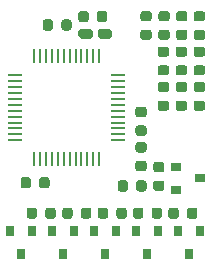
<source format=gbr>
G04 #@! TF.GenerationSoftware,KiCad,Pcbnew,(5.1.8-0-10_14)*
G04 #@! TF.CreationDate,2021-11-26T07:07:57-05:00*
G04 #@! TF.ProjectId,4809Rc,34383039-5263-42e6-9b69-6361645f7063,rev?*
G04 #@! TF.SameCoordinates,Original*
G04 #@! TF.FileFunction,Paste,Top*
G04 #@! TF.FilePolarity,Positive*
%FSLAX46Y46*%
G04 Gerber Fmt 4.6, Leading zero omitted, Abs format (unit mm)*
G04 Created by KiCad (PCBNEW (5.1.8-0-10_14)) date 2021-11-26 07:07:57*
%MOMM*%
%LPD*%
G01*
G04 APERTURE LIST*
%ADD10R,0.250000X1.300000*%
%ADD11R,1.300000X0.250000*%
%ADD12R,0.900000X0.800000*%
%ADD13R,0.800000X0.900000*%
G04 APERTURE END LIST*
G36*
G01*
X153535900Y-101369150D02*
X153535900Y-101881650D01*
G75*
G02*
X153317150Y-102100400I-218750J0D01*
G01*
X152879650Y-102100400D01*
G75*
G02*
X152660900Y-101881650I0J218750D01*
G01*
X152660900Y-101369150D01*
G75*
G02*
X152879650Y-101150400I218750J0D01*
G01*
X153317150Y-101150400D01*
G75*
G02*
X153535900Y-101369150I0J-218750D01*
G01*
G37*
G36*
G01*
X155110900Y-101369150D02*
X155110900Y-101881650D01*
G75*
G02*
X154892150Y-102100400I-218750J0D01*
G01*
X154454650Y-102100400D01*
G75*
G02*
X154235900Y-101881650I0J218750D01*
G01*
X154235900Y-101369150D01*
G75*
G02*
X154454650Y-101150400I218750J0D01*
G01*
X154892150Y-101150400D01*
G75*
G02*
X155110900Y-101369150I0J-218750D01*
G01*
G37*
D10*
X150285000Y-88360000D03*
X150785000Y-88360000D03*
X151285000Y-88360000D03*
X151785000Y-88360000D03*
X152285000Y-88360000D03*
X152785000Y-88360000D03*
X153285000Y-88360000D03*
X153785000Y-88360000D03*
X154285000Y-88360000D03*
X154785000Y-88360000D03*
X155285000Y-88360000D03*
X155785000Y-88360000D03*
D11*
X157385000Y-89960000D03*
X157385000Y-90460000D03*
X157385000Y-90960000D03*
X157385000Y-91460000D03*
X157385000Y-91960000D03*
X157385000Y-92460000D03*
X157385000Y-92960000D03*
X157385000Y-93460000D03*
X157385000Y-93960000D03*
X157385000Y-94460000D03*
X157385000Y-94960000D03*
X157385000Y-95460000D03*
D10*
X155785000Y-97060000D03*
X155285000Y-97060000D03*
X154785000Y-97060000D03*
X154285000Y-97060000D03*
X153785000Y-97060000D03*
X153285000Y-97060000D03*
X152785000Y-97060000D03*
X152285000Y-97060000D03*
X151785000Y-97060000D03*
X151285000Y-97060000D03*
X150785000Y-97060000D03*
X150285000Y-97060000D03*
D11*
X148685000Y-95460000D03*
X148685000Y-94960000D03*
X148685000Y-94460000D03*
X148685000Y-93960000D03*
X148685000Y-93460000D03*
X148685000Y-92960000D03*
X148685000Y-92460000D03*
X148685000Y-91960000D03*
X148685000Y-91460000D03*
X148685000Y-90960000D03*
X148685000Y-90460000D03*
X148685000Y-89960000D03*
G36*
G01*
X154894800Y-84732150D02*
X154894800Y-85244650D01*
G75*
G02*
X154676050Y-85463400I-218750J0D01*
G01*
X154238550Y-85463400D01*
G75*
G02*
X154019800Y-85244650I0J218750D01*
G01*
X154019800Y-84732150D01*
G75*
G02*
X154238550Y-84513400I218750J0D01*
G01*
X154676050Y-84513400D01*
G75*
G02*
X154894800Y-84732150I0J-218750D01*
G01*
G37*
G36*
G01*
X156469800Y-84732150D02*
X156469800Y-85244650D01*
G75*
G02*
X156251050Y-85463400I-218750J0D01*
G01*
X155813550Y-85463400D01*
G75*
G02*
X155594800Y-85244650I0J218750D01*
G01*
X155594800Y-84732150D01*
G75*
G02*
X155813550Y-84513400I218750J0D01*
G01*
X156251050Y-84513400D01*
G75*
G02*
X156469800Y-84732150I0J-218750D01*
G01*
G37*
D12*
X164296600Y-98679000D03*
X162296600Y-99629000D03*
X162296600Y-97729000D03*
G36*
G01*
X164018250Y-92094800D02*
X164530750Y-92094800D01*
G75*
G02*
X164749500Y-92313550I0J-218750D01*
G01*
X164749500Y-92751050D01*
G75*
G02*
X164530750Y-92969800I-218750J0D01*
G01*
X164018250Y-92969800D01*
G75*
G02*
X163799500Y-92751050I0J218750D01*
G01*
X163799500Y-92313550D01*
G75*
G02*
X164018250Y-92094800I218750J0D01*
G01*
G37*
G36*
G01*
X164018250Y-90519800D02*
X164530750Y-90519800D01*
G75*
G02*
X164749500Y-90738550I0J-218750D01*
G01*
X164749500Y-91176050D01*
G75*
G02*
X164530750Y-91394800I-218750J0D01*
G01*
X164018250Y-91394800D01*
G75*
G02*
X163799500Y-91176050I0J218750D01*
G01*
X163799500Y-90738550D01*
G75*
G02*
X164018250Y-90519800I218750J0D01*
G01*
G37*
G36*
G01*
X162494250Y-89097600D02*
X163006750Y-89097600D01*
G75*
G02*
X163225500Y-89316350I0J-218750D01*
G01*
X163225500Y-89753850D01*
G75*
G02*
X163006750Y-89972600I-218750J0D01*
G01*
X162494250Y-89972600D01*
G75*
G02*
X162275500Y-89753850I0J218750D01*
G01*
X162275500Y-89316350D01*
G75*
G02*
X162494250Y-89097600I218750J0D01*
G01*
G37*
G36*
G01*
X162494250Y-87522600D02*
X163006750Y-87522600D01*
G75*
G02*
X163225500Y-87741350I0J-218750D01*
G01*
X163225500Y-88178850D01*
G75*
G02*
X163006750Y-88397600I-218750J0D01*
G01*
X162494250Y-88397600D01*
G75*
G02*
X162275500Y-88178850I0J218750D01*
G01*
X162275500Y-87741350D01*
G75*
G02*
X162494250Y-87522600I218750J0D01*
G01*
G37*
G36*
G01*
X164530750Y-88397600D02*
X164018250Y-88397600D01*
G75*
G02*
X163799500Y-88178850I0J218750D01*
G01*
X163799500Y-87741350D01*
G75*
G02*
X164018250Y-87522600I218750J0D01*
G01*
X164530750Y-87522600D01*
G75*
G02*
X164749500Y-87741350I0J-218750D01*
G01*
X164749500Y-88178850D01*
G75*
G02*
X164530750Y-88397600I-218750J0D01*
G01*
G37*
G36*
G01*
X164530750Y-89972600D02*
X164018250Y-89972600D01*
G75*
G02*
X163799500Y-89753850I0J218750D01*
G01*
X163799500Y-89316350D01*
G75*
G02*
X164018250Y-89097600I218750J0D01*
G01*
X164530750Y-89097600D01*
G75*
G02*
X164749500Y-89316350I0J-218750D01*
G01*
X164749500Y-89753850D01*
G75*
G02*
X164530750Y-89972600I-218750J0D01*
G01*
G37*
G36*
G01*
X161021050Y-86100400D02*
X161533550Y-86100400D01*
G75*
G02*
X161752300Y-86319150I0J-218750D01*
G01*
X161752300Y-86756650D01*
G75*
G02*
X161533550Y-86975400I-218750J0D01*
G01*
X161021050Y-86975400D01*
G75*
G02*
X160802300Y-86756650I0J218750D01*
G01*
X160802300Y-86319150D01*
G75*
G02*
X161021050Y-86100400I218750J0D01*
G01*
G37*
G36*
G01*
X161021050Y-84525400D02*
X161533550Y-84525400D01*
G75*
G02*
X161752300Y-84744150I0J-218750D01*
G01*
X161752300Y-85181650D01*
G75*
G02*
X161533550Y-85400400I-218750J0D01*
G01*
X161021050Y-85400400D01*
G75*
G02*
X160802300Y-85181650I0J218750D01*
G01*
X160802300Y-84744150D01*
G75*
G02*
X161021050Y-84525400I218750J0D01*
G01*
G37*
G36*
G01*
X160009550Y-85400400D02*
X159497050Y-85400400D01*
G75*
G02*
X159278300Y-85181650I0J218750D01*
G01*
X159278300Y-84744150D01*
G75*
G02*
X159497050Y-84525400I218750J0D01*
G01*
X160009550Y-84525400D01*
G75*
G02*
X160228300Y-84744150I0J-218750D01*
G01*
X160228300Y-85181650D01*
G75*
G02*
X160009550Y-85400400I-218750J0D01*
G01*
G37*
G36*
G01*
X160009550Y-86975400D02*
X159497050Y-86975400D01*
G75*
G02*
X159278300Y-86756650I0J218750D01*
G01*
X159278300Y-86319150D01*
G75*
G02*
X159497050Y-86100400I218750J0D01*
G01*
X160009550Y-86100400D01*
G75*
G02*
X160228300Y-86319150I0J-218750D01*
G01*
X160228300Y-86756650D01*
G75*
G02*
X160009550Y-86975400I-218750J0D01*
G01*
G37*
D13*
X149174200Y-105101900D03*
X148224200Y-103101900D03*
X150124200Y-103101900D03*
G36*
G01*
X156545800Y-101369150D02*
X156545800Y-101881650D01*
G75*
G02*
X156327050Y-102100400I-218750J0D01*
G01*
X155889550Y-102100400D01*
G75*
G02*
X155670800Y-101881650I0J218750D01*
G01*
X155670800Y-101369150D01*
G75*
G02*
X155889550Y-101150400I218750J0D01*
G01*
X156327050Y-101150400D01*
G75*
G02*
X156545800Y-101369150I0J-218750D01*
G01*
G37*
G36*
G01*
X158120800Y-101369150D02*
X158120800Y-101881650D01*
G75*
G02*
X157902050Y-102100400I-218750J0D01*
G01*
X157464550Y-102100400D01*
G75*
G02*
X157245800Y-101881650I0J218750D01*
G01*
X157245800Y-101369150D01*
G75*
G02*
X157464550Y-101150400I218750J0D01*
G01*
X157902050Y-101150400D01*
G75*
G02*
X158120800Y-101369150I0J-218750D01*
G01*
G37*
X156273500Y-105114600D03*
X155323500Y-103114600D03*
X157223500Y-103114600D03*
G36*
G01*
X150526000Y-101369150D02*
X150526000Y-101881650D01*
G75*
G02*
X150307250Y-102100400I-218750J0D01*
G01*
X149869750Y-102100400D01*
G75*
G02*
X149651000Y-101881650I0J218750D01*
G01*
X149651000Y-101369150D01*
G75*
G02*
X149869750Y-101150400I218750J0D01*
G01*
X150307250Y-101150400D01*
G75*
G02*
X150526000Y-101369150I0J-218750D01*
G01*
G37*
G36*
G01*
X152101000Y-101369150D02*
X152101000Y-101881650D01*
G75*
G02*
X151882250Y-102100400I-218750J0D01*
G01*
X151444750Y-102100400D01*
G75*
G02*
X151226000Y-101881650I0J218750D01*
G01*
X151226000Y-101369150D01*
G75*
G02*
X151444750Y-101150400I218750J0D01*
G01*
X151882250Y-101150400D01*
G75*
G02*
X152101000Y-101369150I0J-218750D01*
G01*
G37*
G36*
G01*
X150705300Y-99303550D02*
X150705300Y-98791050D01*
G75*
G02*
X150924050Y-98572300I218750J0D01*
G01*
X151361550Y-98572300D01*
G75*
G02*
X151580300Y-98791050I0J-218750D01*
G01*
X151580300Y-99303550D01*
G75*
G02*
X151361550Y-99522300I-218750J0D01*
G01*
X150924050Y-99522300D01*
G75*
G02*
X150705300Y-99303550I0J218750D01*
G01*
G37*
G36*
G01*
X149130300Y-99303550D02*
X149130300Y-98791050D01*
G75*
G02*
X149349050Y-98572300I218750J0D01*
G01*
X149786550Y-98572300D01*
G75*
G02*
X150005300Y-98791050I0J-218750D01*
G01*
X150005300Y-99303550D01*
G75*
G02*
X149786550Y-99522300I-218750J0D01*
G01*
X149349050Y-99522300D01*
G75*
G02*
X149130300Y-99303550I0J218750D01*
G01*
G37*
G36*
G01*
X158922200Y-99582950D02*
X158922200Y-99070450D01*
G75*
G02*
X159140950Y-98851700I218750J0D01*
G01*
X159578450Y-98851700D01*
G75*
G02*
X159797200Y-99070450I0J-218750D01*
G01*
X159797200Y-99582950D01*
G75*
G02*
X159578450Y-99801700I-218750J0D01*
G01*
X159140950Y-99801700D01*
G75*
G02*
X158922200Y-99582950I0J218750D01*
G01*
G37*
G36*
G01*
X157347200Y-99582950D02*
X157347200Y-99070450D01*
G75*
G02*
X157565950Y-98851700I218750J0D01*
G01*
X158003450Y-98851700D01*
G75*
G02*
X158222200Y-99070450I0J-218750D01*
G01*
X158222200Y-99582950D01*
G75*
G02*
X158003450Y-99801700I-218750J0D01*
G01*
X157565950Y-99801700D01*
G75*
G02*
X157347200Y-99582950I0J218750D01*
G01*
G37*
G36*
G01*
X159590450Y-93503000D02*
X159077950Y-93503000D01*
G75*
G02*
X158859200Y-93284250I0J218750D01*
G01*
X158859200Y-92846750D01*
G75*
G02*
X159077950Y-92628000I218750J0D01*
G01*
X159590450Y-92628000D01*
G75*
G02*
X159809200Y-92846750I0J-218750D01*
G01*
X159809200Y-93284250D01*
G75*
G02*
X159590450Y-93503000I-218750J0D01*
G01*
G37*
G36*
G01*
X159590450Y-95078000D02*
X159077950Y-95078000D01*
G75*
G02*
X158859200Y-94859250I0J218750D01*
G01*
X158859200Y-94421750D01*
G75*
G02*
X159077950Y-94203000I218750J0D01*
G01*
X159590450Y-94203000D01*
G75*
G02*
X159809200Y-94421750I0J-218750D01*
G01*
X159809200Y-94859250D01*
G75*
G02*
X159590450Y-95078000I-218750J0D01*
G01*
G37*
G36*
G01*
X164018250Y-86100400D02*
X164530750Y-86100400D01*
G75*
G02*
X164749500Y-86319150I0J-218750D01*
G01*
X164749500Y-86756650D01*
G75*
G02*
X164530750Y-86975400I-218750J0D01*
G01*
X164018250Y-86975400D01*
G75*
G02*
X163799500Y-86756650I0J218750D01*
G01*
X163799500Y-86319150D01*
G75*
G02*
X164018250Y-86100400I218750J0D01*
G01*
G37*
G36*
G01*
X164018250Y-84525400D02*
X164530750Y-84525400D01*
G75*
G02*
X164749500Y-84744150I0J-218750D01*
G01*
X164749500Y-85181650D01*
G75*
G02*
X164530750Y-85400400I-218750J0D01*
G01*
X164018250Y-85400400D01*
G75*
G02*
X163799500Y-85181650I0J218750D01*
G01*
X163799500Y-84744150D01*
G75*
G02*
X164018250Y-84525400I218750J0D01*
G01*
G37*
G36*
G01*
X163006750Y-91394800D02*
X162494250Y-91394800D01*
G75*
G02*
X162275500Y-91176050I0J218750D01*
G01*
X162275500Y-90738550D01*
G75*
G02*
X162494250Y-90519800I218750J0D01*
G01*
X163006750Y-90519800D01*
G75*
G02*
X163225500Y-90738550I0J-218750D01*
G01*
X163225500Y-91176050D01*
G75*
G02*
X163006750Y-91394800I-218750J0D01*
G01*
G37*
G36*
G01*
X163006750Y-92969800D02*
X162494250Y-92969800D01*
G75*
G02*
X162275500Y-92751050I0J218750D01*
G01*
X162275500Y-92313550D01*
G75*
G02*
X162494250Y-92094800I218750J0D01*
G01*
X163006750Y-92094800D01*
G75*
G02*
X163225500Y-92313550I0J-218750D01*
G01*
X163225500Y-92751050D01*
G75*
G02*
X163006750Y-92969800I-218750J0D01*
G01*
G37*
G36*
G01*
X160576550Y-98863900D02*
X161089050Y-98863900D01*
G75*
G02*
X161307800Y-99082650I0J-218750D01*
G01*
X161307800Y-99520150D01*
G75*
G02*
X161089050Y-99738900I-218750J0D01*
G01*
X160576550Y-99738900D01*
G75*
G02*
X160357800Y-99520150I0J218750D01*
G01*
X160357800Y-99082650D01*
G75*
G02*
X160576550Y-98863900I218750J0D01*
G01*
G37*
G36*
G01*
X160576550Y-97288900D02*
X161089050Y-97288900D01*
G75*
G02*
X161307800Y-97507650I0J-218750D01*
G01*
X161307800Y-97945150D01*
G75*
G02*
X161089050Y-98163900I-218750J0D01*
G01*
X160576550Y-98163900D01*
G75*
G02*
X160357800Y-97945150I0J218750D01*
G01*
X160357800Y-97507650D01*
G75*
G02*
X160576550Y-97288900I218750J0D01*
G01*
G37*
G36*
G01*
X162514800Y-101381850D02*
X162514800Y-101894350D01*
G75*
G02*
X162296050Y-102113100I-218750J0D01*
G01*
X161858550Y-102113100D01*
G75*
G02*
X161639800Y-101894350I0J218750D01*
G01*
X161639800Y-101381850D01*
G75*
G02*
X161858550Y-101163100I218750J0D01*
G01*
X162296050Y-101163100D01*
G75*
G02*
X162514800Y-101381850I0J-218750D01*
G01*
G37*
G36*
G01*
X164089800Y-101381850D02*
X164089800Y-101894350D01*
G75*
G02*
X163871050Y-102113100I-218750J0D01*
G01*
X163433550Y-102113100D01*
G75*
G02*
X163214800Y-101894350I0J218750D01*
G01*
X163214800Y-101381850D01*
G75*
G02*
X163433550Y-101163100I218750J0D01*
G01*
X163871050Y-101163100D01*
G75*
G02*
X164089800Y-101381850I0J-218750D01*
G01*
G37*
G36*
G01*
X159530300Y-101369150D02*
X159530300Y-101881650D01*
G75*
G02*
X159311550Y-102100400I-218750J0D01*
G01*
X158874050Y-102100400D01*
G75*
G02*
X158655300Y-101881650I0J218750D01*
G01*
X158655300Y-101369150D01*
G75*
G02*
X158874050Y-101150400I218750J0D01*
G01*
X159311550Y-101150400D01*
G75*
G02*
X159530300Y-101369150I0J-218750D01*
G01*
G37*
G36*
G01*
X161105300Y-101369150D02*
X161105300Y-101881650D01*
G75*
G02*
X160886550Y-102100400I-218750J0D01*
G01*
X160449050Y-102100400D01*
G75*
G02*
X160230300Y-101881650I0J218750D01*
G01*
X160230300Y-101369150D01*
G75*
G02*
X160449050Y-101150400I218750J0D01*
G01*
X160886550Y-101150400D01*
G75*
G02*
X161105300Y-101369150I0J-218750D01*
G01*
G37*
X152717500Y-105114600D03*
X151767500Y-103114600D03*
X153667500Y-103114600D03*
X163372800Y-105114600D03*
X162422800Y-103114600D03*
X164322800Y-103114600D03*
X159829500Y-105114600D03*
X158879500Y-103114600D03*
X160779500Y-103114600D03*
G36*
G01*
X159590450Y-96500200D02*
X159077950Y-96500200D01*
G75*
G02*
X158859200Y-96281450I0J218750D01*
G01*
X158859200Y-95843950D01*
G75*
G02*
X159077950Y-95625200I218750J0D01*
G01*
X159590450Y-95625200D01*
G75*
G02*
X159809200Y-95843950I0J-218750D01*
G01*
X159809200Y-96281450D01*
G75*
G02*
X159590450Y-96500200I-218750J0D01*
G01*
G37*
G36*
G01*
X159590450Y-98075200D02*
X159077950Y-98075200D01*
G75*
G02*
X158859200Y-97856450I0J218750D01*
G01*
X158859200Y-97418950D01*
G75*
G02*
X159077950Y-97200200I218750J0D01*
G01*
X159590450Y-97200200D01*
G75*
G02*
X159809200Y-97418950I0J-218750D01*
G01*
X159809200Y-97856450D01*
G75*
G02*
X159590450Y-98075200I-218750J0D01*
G01*
G37*
G36*
G01*
X155648000Y-86648700D02*
X155648000Y-86223700D01*
G75*
G02*
X155860500Y-86011200I212500J0D01*
G01*
X156660500Y-86011200D01*
G75*
G02*
X156873000Y-86223700I0J-212500D01*
G01*
X156873000Y-86648700D01*
G75*
G02*
X156660500Y-86861200I-212500J0D01*
G01*
X155860500Y-86861200D01*
G75*
G02*
X155648000Y-86648700I0J212500D01*
G01*
G37*
G36*
G01*
X154023000Y-86648700D02*
X154023000Y-86223700D01*
G75*
G02*
X154235500Y-86011200I212500J0D01*
G01*
X155035500Y-86011200D01*
G75*
G02*
X155248000Y-86223700I0J-212500D01*
G01*
X155248000Y-86648700D01*
G75*
G02*
X155035500Y-86861200I-212500J0D01*
G01*
X154235500Y-86861200D01*
G75*
G02*
X154023000Y-86648700I0J212500D01*
G01*
G37*
G36*
G01*
X151882360Y-85445890D02*
X151882360Y-85958390D01*
G75*
G02*
X151663610Y-86177140I-218750J0D01*
G01*
X151226110Y-86177140D01*
G75*
G02*
X151007360Y-85958390I0J218750D01*
G01*
X151007360Y-85445890D01*
G75*
G02*
X151226110Y-85227140I218750J0D01*
G01*
X151663610Y-85227140D01*
G75*
G02*
X151882360Y-85445890I0J-218750D01*
G01*
G37*
G36*
G01*
X153457360Y-85445890D02*
X153457360Y-85958390D01*
G75*
G02*
X153238610Y-86177140I-218750J0D01*
G01*
X152801110Y-86177140D01*
G75*
G02*
X152582360Y-85958390I0J218750D01*
G01*
X152582360Y-85445890D01*
G75*
G02*
X152801110Y-85227140I218750J0D01*
G01*
X153238610Y-85227140D01*
G75*
G02*
X153457360Y-85445890I0J-218750D01*
G01*
G37*
G36*
G01*
X163032150Y-85400400D02*
X162519650Y-85400400D01*
G75*
G02*
X162300900Y-85181650I0J218750D01*
G01*
X162300900Y-84744150D01*
G75*
G02*
X162519650Y-84525400I218750J0D01*
G01*
X163032150Y-84525400D01*
G75*
G02*
X163250900Y-84744150I0J-218750D01*
G01*
X163250900Y-85181650D01*
G75*
G02*
X163032150Y-85400400I-218750J0D01*
G01*
G37*
G36*
G01*
X163032150Y-86975400D02*
X162519650Y-86975400D01*
G75*
G02*
X162300900Y-86756650I0J218750D01*
G01*
X162300900Y-86319150D01*
G75*
G02*
X162519650Y-86100400I218750J0D01*
G01*
X163032150Y-86100400D01*
G75*
G02*
X163250900Y-86319150I0J-218750D01*
G01*
X163250900Y-86756650D01*
G75*
G02*
X163032150Y-86975400I-218750J0D01*
G01*
G37*
G36*
G01*
X161482750Y-91394800D02*
X160970250Y-91394800D01*
G75*
G02*
X160751500Y-91176050I0J218750D01*
G01*
X160751500Y-90738550D01*
G75*
G02*
X160970250Y-90519800I218750J0D01*
G01*
X161482750Y-90519800D01*
G75*
G02*
X161701500Y-90738550I0J-218750D01*
G01*
X161701500Y-91176050D01*
G75*
G02*
X161482750Y-91394800I-218750J0D01*
G01*
G37*
G36*
G01*
X161482750Y-92969800D02*
X160970250Y-92969800D01*
G75*
G02*
X160751500Y-92751050I0J218750D01*
G01*
X160751500Y-92313550D01*
G75*
G02*
X160970250Y-92094800I218750J0D01*
G01*
X161482750Y-92094800D01*
G75*
G02*
X161701500Y-92313550I0J-218750D01*
G01*
X161701500Y-92751050D01*
G75*
G02*
X161482750Y-92969800I-218750J0D01*
G01*
G37*
G36*
G01*
X160970250Y-89097600D02*
X161482750Y-89097600D01*
G75*
G02*
X161701500Y-89316350I0J-218750D01*
G01*
X161701500Y-89753850D01*
G75*
G02*
X161482750Y-89972600I-218750J0D01*
G01*
X160970250Y-89972600D01*
G75*
G02*
X160751500Y-89753850I0J218750D01*
G01*
X160751500Y-89316350D01*
G75*
G02*
X160970250Y-89097600I218750J0D01*
G01*
G37*
G36*
G01*
X160970250Y-87522600D02*
X161482750Y-87522600D01*
G75*
G02*
X161701500Y-87741350I0J-218750D01*
G01*
X161701500Y-88178850D01*
G75*
G02*
X161482750Y-88397600I-218750J0D01*
G01*
X160970250Y-88397600D01*
G75*
G02*
X160751500Y-88178850I0J218750D01*
G01*
X160751500Y-87741350D01*
G75*
G02*
X160970250Y-87522600I218750J0D01*
G01*
G37*
M02*

</source>
